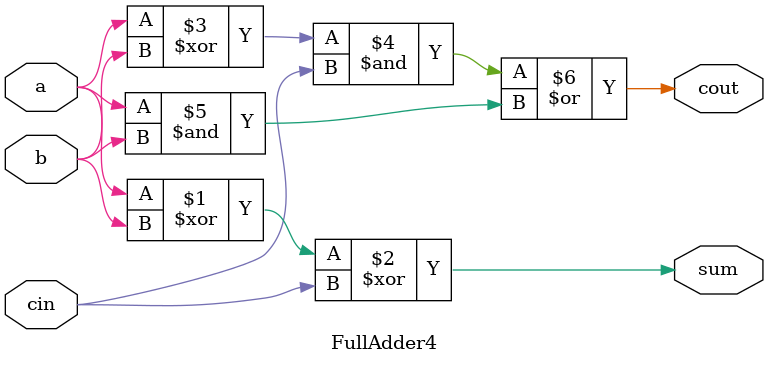
<source format=v>
module FullAdder4 (a, b, cin, sum, cout);
input a, b, cin;
output sum, cout;
	assign sum = a ^ b ^ cin;
	assign cout  = ((a^b)&cin) | (a&b);	// carry = (a xor b)cin + ab
endmodule
</source>
